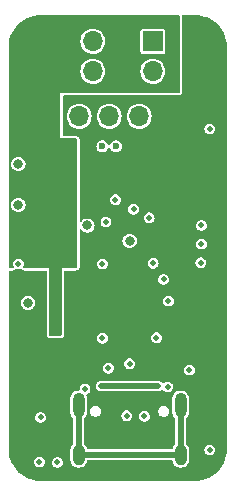
<source format=gbr>
%TF.GenerationSoftware,KiCad,Pcbnew,8.0.7*%
%TF.CreationDate,2024-12-24T16:41:45+01:00*%
%TF.ProjectId,USB2UART_PROG,55534232-5541-4525-945f-50524f472e6b,rev?*%
%TF.SameCoordinates,Original*%
%TF.FileFunction,Copper,L3,Inr*%
%TF.FilePolarity,Positive*%
%FSLAX46Y46*%
G04 Gerber Fmt 4.6, Leading zero omitted, Abs format (unit mm)*
G04 Created by KiCad (PCBNEW 8.0.7) date 2024-12-24 16:41:45*
%MOMM*%
%LPD*%
G01*
G04 APERTURE LIST*
%TA.AperFunction,ComponentPad*%
%ADD10R,1.700000X1.700000*%
%TD*%
%TA.AperFunction,ComponentPad*%
%ADD11O,1.700000X1.700000*%
%TD*%
%TA.AperFunction,ComponentPad*%
%ADD12O,1.000000X2.100000*%
%TD*%
%TA.AperFunction,ComponentPad*%
%ADD13O,1.000000X1.800000*%
%TD*%
%TA.AperFunction,ViaPad*%
%ADD14C,0.500000*%
%TD*%
%TA.AperFunction,ViaPad*%
%ADD15C,0.800000*%
%TD*%
%TA.AperFunction,ViaPad*%
%ADD16C,0.600000*%
%TD*%
%TA.AperFunction,Conductor*%
%ADD17C,0.500000*%
%TD*%
G04 APERTURE END LIST*
D10*
%TO.N,+5V*%
%TO.C,J2*%
X141849000Y-69850000D03*
D11*
%TO.N,/RXD*%
X139309000Y-69850000D03*
%TO.N,/TXD*%
X136769000Y-69850000D03*
%TO.N,GND*%
X134229000Y-69850000D03*
%TD*%
D10*
%TO.N,Net-(J3-Pin_1)*%
%TO.C,J3*%
X140462000Y-63500000D03*
D11*
%TO.N,GND*%
X140462000Y-66040000D03*
%TO.N,+3V3*%
X137922000Y-63500000D03*
X137922000Y-66040000D03*
%TO.N,/TXD*%
X135382000Y-63500000D03*
%TO.N,/RXD*%
X135382000Y-66040000D03*
%TD*%
D12*
%TO.N,Net-(J1-SHELL_GND)*%
%TO.C,J1*%
X134180000Y-94320000D03*
X142820000Y-94320000D03*
D13*
X134180000Y-98500000D03*
X142820000Y-98500000D03*
%TD*%
D14*
%TO.N,GND*%
X144576800Y-79095600D03*
X145288000Y-70916800D03*
X144576800Y-80670400D03*
D15*
X138500000Y-80387500D03*
D14*
X143560800Y-91338400D03*
X136702800Y-91186000D03*
D15*
X129082800Y-77368400D03*
D14*
X145288000Y-98094800D03*
D15*
X129895600Y-85648800D03*
X134924800Y-79095600D03*
D14*
X138500000Y-90800000D03*
X129082800Y-82346800D03*
X140157200Y-78435200D03*
D15*
X129082800Y-73914000D03*
D14*
X130962400Y-95351600D03*
X136194800Y-88646000D03*
X132384800Y-99161600D03*
X141732000Y-92760800D03*
X141782800Y-85496400D03*
X140766800Y-88595200D03*
X134721600Y-92952800D03*
X130860800Y-99110800D03*
X144526000Y-82245200D03*
%TO.N,+5V*%
X138500000Y-89100000D03*
D15*
X130505200Y-89306400D03*
X133451600Y-87782400D03*
D14*
X142087600Y-78232000D03*
D15*
X133451600Y-86664800D03*
D14*
%TO.N,Net-(U1-3V3OUT)*%
X140500000Y-82300000D03*
X136500000Y-78800000D03*
%TO.N,/VBUS*%
X136100000Y-92700000D03*
X140900000Y-92700000D03*
D15*
%TO.N,+3V3*%
X133146800Y-77774800D03*
X132181600Y-85750400D03*
D14*
X142087600Y-64770000D03*
D15*
X132200000Y-83362800D03*
X133248400Y-73456800D03*
D16*
%TO.N,/RXD*%
X137346500Y-72390000D03*
X136191500Y-72390000D03*
D14*
%TO.N,Net-(U1-CBUS2)*%
X136194800Y-82346800D03*
X137296500Y-76911200D03*
%TO.N,Net-(U1-CBUS3)*%
X138836400Y-77724000D03*
X141376400Y-83667600D03*
%TO.N,/D_P*%
X138250000Y-95200000D03*
X139750000Y-95250000D03*
%TD*%
D17*
%TO.N,Net-(J1-SHELL_GND)*%
X142820000Y-98500000D02*
X142820000Y-94320000D01*
X134180000Y-98500000D02*
X142820000Y-98500000D01*
X134180000Y-94320000D02*
X134180000Y-98500000D01*
%TO.N,/VBUS*%
X140900000Y-92700000D02*
X136100000Y-92700000D01*
%TD*%
%TA.AperFunction,Conductor*%
%TO.N,+3V3*%
G36*
X142707191Y-61269407D02*
G01*
X142743155Y-61318907D01*
X142748000Y-61349500D01*
X142748000Y-67769800D01*
X142729093Y-67827991D01*
X142679593Y-67863955D01*
X142649000Y-67868800D01*
X132638800Y-67868800D01*
X132638800Y-71729600D01*
X133962200Y-71729600D01*
X134020391Y-71748507D01*
X134056355Y-71798007D01*
X134061200Y-71828600D01*
X134061200Y-82603400D01*
X134042293Y-82661591D01*
X133992793Y-82697555D01*
X133962200Y-82702400D01*
X132740400Y-82702400D01*
X132740400Y-82702401D01*
X132740400Y-88343800D01*
X132721493Y-88401991D01*
X132671993Y-88437955D01*
X132641400Y-88442800D01*
X131772600Y-88442800D01*
X131714409Y-88423893D01*
X131678445Y-88374393D01*
X131673600Y-88343800D01*
X131673600Y-82702401D01*
X131673600Y-82702400D01*
X131673599Y-82702400D01*
X129569705Y-82702400D01*
X129511514Y-82683493D01*
X129475550Y-82633993D01*
X129475550Y-82572807D01*
X129479652Y-82562273D01*
X129519497Y-82475025D01*
X129537933Y-82346802D01*
X129537933Y-82346797D01*
X129519497Y-82218574D01*
X129465682Y-82100738D01*
X129465682Y-82100737D01*
X129380849Y-82002833D01*
X129380848Y-82002832D01*
X129380847Y-82002831D01*
X129271873Y-81932798D01*
X129271870Y-81932796D01*
X129271869Y-81932796D01*
X129271866Y-81932795D01*
X129147574Y-81896300D01*
X129147572Y-81896300D01*
X129018028Y-81896300D01*
X129018025Y-81896300D01*
X128893733Y-81932795D01*
X128893726Y-81932798D01*
X128784752Y-82002831D01*
X128699917Y-82100738D01*
X128646102Y-82218574D01*
X128627667Y-82346797D01*
X128627667Y-82346802D01*
X128646102Y-82475025D01*
X128685948Y-82562273D01*
X128692923Y-82623059D01*
X128662837Y-82676337D01*
X128607181Y-82701755D01*
X128595895Y-82702400D01*
X128349500Y-82702400D01*
X128291309Y-82683493D01*
X128255345Y-82633993D01*
X128250500Y-82603400D01*
X128250500Y-77368399D01*
X128477118Y-77368399D01*
X128477118Y-77368400D01*
X128497755Y-77525158D01*
X128497757Y-77525166D01*
X128558262Y-77671238D01*
X128558262Y-77671239D01*
X128558264Y-77671241D01*
X128654518Y-77796682D01*
X128779959Y-77892936D01*
X128926038Y-77953444D01*
X129043609Y-77968922D01*
X129082799Y-77974082D01*
X129082800Y-77974082D01*
X129082801Y-77974082D01*
X129114152Y-77969954D01*
X129239562Y-77953444D01*
X129385641Y-77892936D01*
X129511082Y-77796682D01*
X129607336Y-77671241D01*
X129667844Y-77525162D01*
X129688482Y-77368400D01*
X129667844Y-77211638D01*
X129607337Y-77065561D01*
X129607337Y-77065560D01*
X129511086Y-76940123D01*
X129511085Y-76940122D01*
X129511082Y-76940118D01*
X129511077Y-76940114D01*
X129511076Y-76940113D01*
X129385638Y-76843862D01*
X129239566Y-76783357D01*
X129239558Y-76783355D01*
X129082801Y-76762718D01*
X129082799Y-76762718D01*
X128926041Y-76783355D01*
X128926033Y-76783357D01*
X128779961Y-76843862D01*
X128779960Y-76843862D01*
X128654523Y-76940113D01*
X128654513Y-76940123D01*
X128558262Y-77065560D01*
X128558262Y-77065561D01*
X128497757Y-77211633D01*
X128497755Y-77211641D01*
X128477118Y-77368399D01*
X128250500Y-77368399D01*
X128250500Y-73913999D01*
X128477118Y-73913999D01*
X128477118Y-73914000D01*
X128497755Y-74070758D01*
X128497757Y-74070766D01*
X128558262Y-74216838D01*
X128558262Y-74216839D01*
X128558264Y-74216841D01*
X128654518Y-74342282D01*
X128779959Y-74438536D01*
X128926038Y-74499044D01*
X129043609Y-74514522D01*
X129082799Y-74519682D01*
X129082800Y-74519682D01*
X129082801Y-74519682D01*
X129114152Y-74515554D01*
X129239562Y-74499044D01*
X129385641Y-74438536D01*
X129511082Y-74342282D01*
X129607336Y-74216841D01*
X129667844Y-74070762D01*
X129688482Y-73914000D01*
X129667844Y-73757238D01*
X129607337Y-73611161D01*
X129607337Y-73611160D01*
X129511086Y-73485723D01*
X129511085Y-73485722D01*
X129511082Y-73485718D01*
X129511077Y-73485714D01*
X129511076Y-73485713D01*
X129385638Y-73389462D01*
X129239566Y-73328957D01*
X129239558Y-73328955D01*
X129082801Y-73308318D01*
X129082799Y-73308318D01*
X128926041Y-73328955D01*
X128926033Y-73328957D01*
X128779961Y-73389462D01*
X128779960Y-73389462D01*
X128654523Y-73485713D01*
X128654513Y-73485723D01*
X128558262Y-73611160D01*
X128558262Y-73611161D01*
X128497757Y-73757233D01*
X128497755Y-73757241D01*
X128477118Y-73913999D01*
X128250500Y-73913999D01*
X128250500Y-66039996D01*
X134326417Y-66039996D01*
X134326417Y-66040003D01*
X134346698Y-66245929D01*
X134346699Y-66245934D01*
X134406768Y-66443954D01*
X134504316Y-66626452D01*
X134635585Y-66786404D01*
X134635590Y-66786410D01*
X134635595Y-66786414D01*
X134795547Y-66917683D01*
X134795548Y-66917683D01*
X134795550Y-66917685D01*
X134978046Y-67015232D01*
X135115997Y-67057078D01*
X135176065Y-67075300D01*
X135176070Y-67075301D01*
X135381997Y-67095583D01*
X135382000Y-67095583D01*
X135382003Y-67095583D01*
X135587929Y-67075301D01*
X135587934Y-67075300D01*
X135785954Y-67015232D01*
X135968450Y-66917685D01*
X136128410Y-66786410D01*
X136259685Y-66626450D01*
X136357232Y-66443954D01*
X136417300Y-66245934D01*
X136417301Y-66245929D01*
X136437583Y-66040003D01*
X136437583Y-66039996D01*
X139406417Y-66039996D01*
X139406417Y-66040003D01*
X139426698Y-66245929D01*
X139426699Y-66245934D01*
X139486768Y-66443954D01*
X139584316Y-66626452D01*
X139715585Y-66786404D01*
X139715590Y-66786410D01*
X139715595Y-66786414D01*
X139875547Y-66917683D01*
X139875548Y-66917683D01*
X139875550Y-66917685D01*
X140058046Y-67015232D01*
X140195997Y-67057078D01*
X140256065Y-67075300D01*
X140256070Y-67075301D01*
X140461997Y-67095583D01*
X140462000Y-67095583D01*
X140462003Y-67095583D01*
X140667929Y-67075301D01*
X140667934Y-67075300D01*
X140865954Y-67015232D01*
X141048450Y-66917685D01*
X141208410Y-66786410D01*
X141339685Y-66626450D01*
X141437232Y-66443954D01*
X141497300Y-66245934D01*
X141497301Y-66245929D01*
X141517583Y-66040003D01*
X141517583Y-66039996D01*
X141497301Y-65834070D01*
X141497300Y-65834065D01*
X141479078Y-65773997D01*
X141437232Y-65636046D01*
X141339685Y-65453550D01*
X141208410Y-65293590D01*
X141208404Y-65293585D01*
X141048452Y-65162316D01*
X140865954Y-65064768D01*
X140667934Y-65004699D01*
X140667929Y-65004698D01*
X140462003Y-64984417D01*
X140461997Y-64984417D01*
X140256070Y-65004698D01*
X140256065Y-65004699D01*
X140058045Y-65064768D01*
X139875547Y-65162316D01*
X139715595Y-65293585D01*
X139715585Y-65293595D01*
X139584316Y-65453547D01*
X139486768Y-65636045D01*
X139426699Y-65834065D01*
X139426698Y-65834070D01*
X139406417Y-66039996D01*
X136437583Y-66039996D01*
X136417301Y-65834070D01*
X136417300Y-65834065D01*
X136399078Y-65773997D01*
X136357232Y-65636046D01*
X136259685Y-65453550D01*
X136128410Y-65293590D01*
X136128404Y-65293585D01*
X135968452Y-65162316D01*
X135785954Y-65064768D01*
X135587934Y-65004699D01*
X135587929Y-65004698D01*
X135382003Y-64984417D01*
X135381997Y-64984417D01*
X135176070Y-65004698D01*
X135176065Y-65004699D01*
X134978045Y-65064768D01*
X134795547Y-65162316D01*
X134635595Y-65293585D01*
X134635585Y-65293595D01*
X134504316Y-65453547D01*
X134406768Y-65636045D01*
X134346699Y-65834065D01*
X134346698Y-65834070D01*
X134326417Y-66039996D01*
X128250500Y-66039996D01*
X128250500Y-64002773D01*
X128250656Y-63997222D01*
X128255894Y-63903954D01*
X128267476Y-63697700D01*
X128268719Y-63686673D01*
X128300437Y-63499996D01*
X134326417Y-63499996D01*
X134326417Y-63500003D01*
X134346698Y-63705929D01*
X134346699Y-63705934D01*
X134406768Y-63903954D01*
X134504316Y-64086452D01*
X134635585Y-64246404D01*
X134635590Y-64246410D01*
X134635595Y-64246414D01*
X134795547Y-64377683D01*
X134795548Y-64377683D01*
X134795550Y-64377685D01*
X134978046Y-64475232D01*
X135115997Y-64517078D01*
X135176065Y-64535300D01*
X135176070Y-64535301D01*
X135381997Y-64555583D01*
X135382000Y-64555583D01*
X135382003Y-64555583D01*
X135587929Y-64535301D01*
X135587934Y-64535300D01*
X135785954Y-64475232D01*
X135968450Y-64377685D01*
X136128410Y-64246410D01*
X136259685Y-64086450D01*
X136357232Y-63903954D01*
X136417300Y-63705934D01*
X136417301Y-63705929D01*
X136437583Y-63500003D01*
X136437583Y-63499996D01*
X136417301Y-63294070D01*
X136417300Y-63294065D01*
X136375890Y-63157554D01*
X136357232Y-63096046D01*
X136259685Y-62913550D01*
X136194011Y-62833526D01*
X136128414Y-62753595D01*
X136128410Y-62753590D01*
X135978123Y-62630253D01*
X139411500Y-62630253D01*
X139411500Y-64369746D01*
X139411501Y-64369758D01*
X139423132Y-64428227D01*
X139423134Y-64428233D01*
X139467445Y-64494548D01*
X139467448Y-64494552D01*
X139533769Y-64538867D01*
X139578231Y-64547711D01*
X139592241Y-64550498D01*
X139592246Y-64550498D01*
X139592252Y-64550500D01*
X139592253Y-64550500D01*
X141331747Y-64550500D01*
X141331748Y-64550500D01*
X141390231Y-64538867D01*
X141456552Y-64494552D01*
X141500867Y-64428231D01*
X141512500Y-64369748D01*
X141512500Y-62630252D01*
X141510921Y-62622316D01*
X141509711Y-62616231D01*
X141500867Y-62571769D01*
X141456552Y-62505448D01*
X141456548Y-62505445D01*
X141390233Y-62461134D01*
X141390231Y-62461133D01*
X141390228Y-62461132D01*
X141390227Y-62461132D01*
X141331758Y-62449501D01*
X141331748Y-62449500D01*
X139592252Y-62449500D01*
X139592251Y-62449500D01*
X139592241Y-62449501D01*
X139533772Y-62461132D01*
X139533766Y-62461134D01*
X139467451Y-62505445D01*
X139467445Y-62505451D01*
X139423134Y-62571766D01*
X139423132Y-62571772D01*
X139411501Y-62630241D01*
X139411500Y-62630253D01*
X135978123Y-62630253D01*
X135968452Y-62622316D01*
X135785954Y-62524768D01*
X135587934Y-62464699D01*
X135587929Y-62464698D01*
X135382003Y-62444417D01*
X135381997Y-62444417D01*
X135176070Y-62464698D01*
X135176065Y-62464699D01*
X134978045Y-62524768D01*
X134795547Y-62622316D01*
X134635595Y-62753585D01*
X134635585Y-62753595D01*
X134504316Y-62913547D01*
X134406768Y-63096045D01*
X134346699Y-63294065D01*
X134346698Y-63294070D01*
X134326417Y-63499996D01*
X128300437Y-63499996D01*
X128318507Y-63393645D01*
X128320968Y-63382858D01*
X128403257Y-63097228D01*
X128406917Y-63086768D01*
X128520662Y-62812164D01*
X128525476Y-62802169D01*
X128552325Y-62753590D01*
X128669245Y-62542038D01*
X128675142Y-62532653D01*
X128847144Y-62290238D01*
X128854048Y-62281580D01*
X129052120Y-62059938D01*
X129059938Y-62052120D01*
X129281580Y-61854048D01*
X129290238Y-61847144D01*
X129532653Y-61675142D01*
X129542038Y-61669245D01*
X129802175Y-61525472D01*
X129812164Y-61520662D01*
X130086768Y-61406917D01*
X130097228Y-61403257D01*
X130382858Y-61320968D01*
X130393645Y-61318507D01*
X130686677Y-61268718D01*
X130697700Y-61267476D01*
X130997222Y-61250655D01*
X131002773Y-61250500D01*
X142649000Y-61250500D01*
X142707191Y-61269407D01*
G37*
%TD.AperFunction*%
%TD*%
%TA.AperFunction,Conductor*%
%TO.N,+5V*%
G36*
X144002777Y-61250655D02*
G01*
X144302297Y-61267476D01*
X144313324Y-61268718D01*
X144606350Y-61318506D01*
X144617144Y-61320969D01*
X144902765Y-61403255D01*
X144913236Y-61406919D01*
X145066540Y-61470420D01*
X145187828Y-61520659D01*
X145197830Y-61525476D01*
X145457953Y-61669241D01*
X145467353Y-61675147D01*
X145709750Y-61847136D01*
X145718427Y-61854056D01*
X145940052Y-62052112D01*
X145947887Y-62059947D01*
X146145941Y-62281569D01*
X146152863Y-62290249D01*
X146324852Y-62532646D01*
X146330758Y-62542046D01*
X146474523Y-62802169D01*
X146479340Y-62812171D01*
X146593078Y-63086759D01*
X146596745Y-63097238D01*
X146679026Y-63382840D01*
X146681496Y-63393664D01*
X146731280Y-63686673D01*
X146732523Y-63697705D01*
X146749344Y-63997222D01*
X146749500Y-64002773D01*
X146749500Y-97997226D01*
X146749344Y-98002777D01*
X146732523Y-98302294D01*
X146731280Y-98313326D01*
X146681496Y-98606335D01*
X146679026Y-98617159D01*
X146596745Y-98902761D01*
X146593078Y-98913240D01*
X146479340Y-99187828D01*
X146474523Y-99197830D01*
X146330758Y-99457953D01*
X146324852Y-99467353D01*
X146152863Y-99709750D01*
X146145941Y-99718430D01*
X145947895Y-99940044D01*
X145940044Y-99947895D01*
X145718430Y-100145941D01*
X145709750Y-100152863D01*
X145467353Y-100324852D01*
X145457953Y-100330758D01*
X145197830Y-100474523D01*
X145187828Y-100479340D01*
X144913240Y-100593078D01*
X144902761Y-100596745D01*
X144617159Y-100679026D01*
X144606335Y-100681496D01*
X144313326Y-100731280D01*
X144302294Y-100732523D01*
X144002778Y-100749344D01*
X143997227Y-100749500D01*
X131002773Y-100749500D01*
X130997222Y-100749344D01*
X130697705Y-100732523D01*
X130686673Y-100731280D01*
X130393664Y-100681496D01*
X130382840Y-100679026D01*
X130097238Y-100596745D01*
X130086759Y-100593078D01*
X129812171Y-100479340D01*
X129802169Y-100474523D01*
X129542046Y-100330758D01*
X129532646Y-100324852D01*
X129290249Y-100152863D01*
X129281569Y-100145941D01*
X129172435Y-100048413D01*
X129059947Y-99947887D01*
X129052112Y-99940052D01*
X128854056Y-99718427D01*
X128847136Y-99709750D01*
X128675147Y-99467353D01*
X128669241Y-99457953D01*
X128525476Y-99197830D01*
X128520659Y-99187828D01*
X128488752Y-99110797D01*
X130405667Y-99110797D01*
X130405667Y-99110802D01*
X130424102Y-99239025D01*
X130477917Y-99356861D01*
X130477918Y-99356863D01*
X130521934Y-99407661D01*
X130562752Y-99454768D01*
X130665465Y-99520777D01*
X130671731Y-99524804D01*
X130796028Y-99561300D01*
X130796030Y-99561300D01*
X130925570Y-99561300D01*
X130925572Y-99561300D01*
X131049869Y-99524804D01*
X131158849Y-99454767D01*
X131243682Y-99356863D01*
X131297497Y-99239026D01*
X131308630Y-99161597D01*
X131929667Y-99161597D01*
X131929667Y-99161602D01*
X131948102Y-99289825D01*
X131978717Y-99356861D01*
X132001918Y-99407663D01*
X132045494Y-99457953D01*
X132086752Y-99505568D01*
X132195726Y-99575601D01*
X132195731Y-99575604D01*
X132320028Y-99612100D01*
X132320030Y-99612100D01*
X132449570Y-99612100D01*
X132449572Y-99612100D01*
X132573869Y-99575604D01*
X132682849Y-99505567D01*
X132767682Y-99407663D01*
X132821497Y-99289826D01*
X132836162Y-99187828D01*
X132839933Y-99161602D01*
X132839933Y-99161597D01*
X132821497Y-99033374D01*
X132792284Y-98969407D01*
X132767682Y-98915537D01*
X132682849Y-98817633D01*
X132682848Y-98817632D01*
X132682847Y-98817631D01*
X132573873Y-98747598D01*
X132573870Y-98747596D01*
X132573869Y-98747596D01*
X132573866Y-98747595D01*
X132449574Y-98711100D01*
X132449572Y-98711100D01*
X132320028Y-98711100D01*
X132320025Y-98711100D01*
X132195733Y-98747595D01*
X132195726Y-98747598D01*
X132086752Y-98817631D01*
X132001917Y-98915538D01*
X131948102Y-99033374D01*
X131929667Y-99161597D01*
X131308630Y-99161597D01*
X131315933Y-99110800D01*
X131315002Y-99104328D01*
X131297497Y-98982574D01*
X131243682Y-98864738D01*
X131243682Y-98864737D01*
X131158849Y-98766833D01*
X131158848Y-98766832D01*
X131158847Y-98766831D01*
X131049873Y-98696798D01*
X131049870Y-98696796D01*
X131049869Y-98696796D01*
X131049866Y-98696795D01*
X130925574Y-98660300D01*
X130925572Y-98660300D01*
X130796028Y-98660300D01*
X130796025Y-98660300D01*
X130671733Y-98696795D01*
X130671726Y-98696798D01*
X130562752Y-98766831D01*
X130477917Y-98864738D01*
X130424102Y-98982574D01*
X130405667Y-99110797D01*
X128488752Y-99110797D01*
X128430186Y-98969407D01*
X128406919Y-98913236D01*
X128403254Y-98902761D01*
X128392300Y-98864738D01*
X128320969Y-98617144D01*
X128318506Y-98606350D01*
X128268718Y-98313324D01*
X128267476Y-98302294D01*
X128263024Y-98223025D01*
X128250656Y-98002777D01*
X128250500Y-97997226D01*
X128250500Y-95351597D01*
X130507267Y-95351597D01*
X130507267Y-95351602D01*
X130525702Y-95479825D01*
X130579517Y-95597661D01*
X130579518Y-95597663D01*
X130637002Y-95664004D01*
X130664352Y-95695568D01*
X130773326Y-95765601D01*
X130773331Y-95765604D01*
X130897628Y-95802100D01*
X130897630Y-95802100D01*
X131027170Y-95802100D01*
X131027172Y-95802100D01*
X131151469Y-95765604D01*
X131260449Y-95695567D01*
X131345282Y-95597663D01*
X131399097Y-95479826D01*
X131409114Y-95410156D01*
X131417533Y-95351602D01*
X131417533Y-95351597D01*
X131399097Y-95223374D01*
X131348217Y-95111964D01*
X131345282Y-95105537D01*
X131260449Y-95007633D01*
X131260448Y-95007632D01*
X131260447Y-95007631D01*
X131151473Y-94937598D01*
X131151470Y-94937596D01*
X131151469Y-94937596D01*
X131151466Y-94937595D01*
X131027174Y-94901100D01*
X131027172Y-94901100D01*
X130897628Y-94901100D01*
X130897625Y-94901100D01*
X130773333Y-94937595D01*
X130773326Y-94937598D01*
X130664352Y-95007631D01*
X130579517Y-95105538D01*
X130525702Y-95223374D01*
X130507267Y-95351597D01*
X128250500Y-95351597D01*
X128250500Y-93701004D01*
X133479500Y-93701004D01*
X133479500Y-94938995D01*
X133506420Y-95074327D01*
X133506420Y-95074329D01*
X133559222Y-95201806D01*
X133559228Y-95201817D01*
X133635885Y-95316541D01*
X133700504Y-95381160D01*
X133728281Y-95435677D01*
X133729500Y-95451164D01*
X133729500Y-97518836D01*
X133710593Y-97577027D01*
X133700504Y-97588840D01*
X133635889Y-97653454D01*
X133635885Y-97653458D01*
X133559228Y-97768182D01*
X133559222Y-97768193D01*
X133506420Y-97895670D01*
X133506420Y-97895672D01*
X133479500Y-98031004D01*
X133479500Y-98968995D01*
X133506420Y-99104327D01*
X133506420Y-99104329D01*
X133559222Y-99231806D01*
X133559228Y-99231817D01*
X133635885Y-99346541D01*
X133733458Y-99444114D01*
X133848182Y-99520771D01*
X133848193Y-99520777D01*
X133895283Y-99540282D01*
X133975672Y-99573580D01*
X134111007Y-99600500D01*
X134111008Y-99600500D01*
X134248992Y-99600500D01*
X134248993Y-99600500D01*
X134384328Y-99573580D01*
X134511811Y-99520775D01*
X134626542Y-99444114D01*
X134724114Y-99346542D01*
X134800775Y-99231811D01*
X134853580Y-99104328D01*
X134868328Y-99030186D01*
X134898225Y-98976802D01*
X134953790Y-98951186D01*
X134965426Y-98950500D01*
X142034574Y-98950500D01*
X142092765Y-98969407D01*
X142128729Y-99018907D01*
X142131672Y-99030186D01*
X142146420Y-99104327D01*
X142146420Y-99104329D01*
X142199222Y-99231806D01*
X142199228Y-99231817D01*
X142275885Y-99346541D01*
X142373458Y-99444114D01*
X142488182Y-99520771D01*
X142488193Y-99520777D01*
X142535283Y-99540282D01*
X142615672Y-99573580D01*
X142751007Y-99600500D01*
X142751008Y-99600500D01*
X142888992Y-99600500D01*
X142888993Y-99600500D01*
X143024328Y-99573580D01*
X143151811Y-99520775D01*
X143266542Y-99444114D01*
X143364114Y-99346542D01*
X143440775Y-99231811D01*
X143493580Y-99104328D01*
X143520500Y-98968993D01*
X143520500Y-98094797D01*
X144832867Y-98094797D01*
X144832867Y-98094802D01*
X144851302Y-98223025D01*
X144887504Y-98302294D01*
X144905118Y-98340863D01*
X144989951Y-98438767D01*
X144989952Y-98438768D01*
X145098926Y-98508801D01*
X145098931Y-98508804D01*
X145223228Y-98545300D01*
X145223230Y-98545300D01*
X145352770Y-98545300D01*
X145352772Y-98545300D01*
X145477069Y-98508804D01*
X145586049Y-98438767D01*
X145670882Y-98340863D01*
X145724697Y-98223026D01*
X145730842Y-98180284D01*
X145743133Y-98094802D01*
X145743133Y-98094797D01*
X145724697Y-97966574D01*
X145719790Y-97955830D01*
X145670882Y-97848737D01*
X145586049Y-97750833D01*
X145586048Y-97750832D01*
X145586047Y-97750831D01*
X145477073Y-97680798D01*
X145477070Y-97680796D01*
X145477069Y-97680796D01*
X145477066Y-97680795D01*
X145352774Y-97644300D01*
X145352772Y-97644300D01*
X145223228Y-97644300D01*
X145223225Y-97644300D01*
X145098933Y-97680795D01*
X145098926Y-97680798D01*
X144989952Y-97750831D01*
X144905117Y-97848738D01*
X144851302Y-97966574D01*
X144832867Y-98094797D01*
X143520500Y-98094797D01*
X143520500Y-98031007D01*
X143493580Y-97895672D01*
X143440775Y-97768189D01*
X143440774Y-97768187D01*
X143440771Y-97768182D01*
X143364114Y-97653458D01*
X143299496Y-97588840D01*
X143271719Y-97534323D01*
X143270500Y-97518836D01*
X143270500Y-95451164D01*
X143289407Y-95392973D01*
X143299496Y-95381160D01*
X143329059Y-95351597D01*
X143364114Y-95316542D01*
X143440775Y-95201811D01*
X143493580Y-95074328D01*
X143520500Y-94938993D01*
X143520500Y-93701007D01*
X143493580Y-93565672D01*
X143440775Y-93438189D01*
X143440774Y-93438187D01*
X143440771Y-93438182D01*
X143364114Y-93323458D01*
X143266541Y-93225885D01*
X143151817Y-93149228D01*
X143151806Y-93149222D01*
X143024328Y-93096420D01*
X142888995Y-93069500D01*
X142888993Y-93069500D01*
X142751007Y-93069500D01*
X142751004Y-93069500D01*
X142615672Y-93096420D01*
X142615670Y-93096420D01*
X142488193Y-93149222D01*
X142488182Y-93149228D01*
X142373458Y-93225885D01*
X142275885Y-93323458D01*
X142199228Y-93438182D01*
X142199222Y-93438193D01*
X142146420Y-93565670D01*
X142146420Y-93565672D01*
X142119500Y-93701004D01*
X142119500Y-94938995D01*
X142146420Y-95074327D01*
X142146420Y-95074329D01*
X142199222Y-95201806D01*
X142199228Y-95201817D01*
X142275885Y-95316541D01*
X142340504Y-95381160D01*
X142368281Y-95435677D01*
X142369500Y-95451164D01*
X142369500Y-97518836D01*
X142350593Y-97577027D01*
X142340504Y-97588840D01*
X142275889Y-97653454D01*
X142275885Y-97653458D01*
X142199228Y-97768182D01*
X142199222Y-97768193D01*
X142146420Y-97895670D01*
X142146420Y-97895672D01*
X142131672Y-97969814D01*
X142101775Y-98023198D01*
X142046210Y-98048814D01*
X142034574Y-98049500D01*
X134965426Y-98049500D01*
X134907235Y-98030593D01*
X134871271Y-97981093D01*
X134868328Y-97969814D01*
X134865546Y-97955830D01*
X134853580Y-97895672D01*
X134800775Y-97768189D01*
X134800774Y-97768187D01*
X134800771Y-97768182D01*
X134724114Y-97653458D01*
X134659496Y-97588840D01*
X134631719Y-97534323D01*
X134630500Y-97518836D01*
X134630500Y-95451164D01*
X134649407Y-95392973D01*
X134659496Y-95381160D01*
X134689059Y-95351597D01*
X134724114Y-95316542D01*
X134800775Y-95201811D01*
X134853580Y-95074328D01*
X134880500Y-94938993D01*
X134880500Y-94757399D01*
X135134500Y-94757399D01*
X135134500Y-94882601D01*
X135166905Y-95003536D01*
X135229505Y-95111964D01*
X135318036Y-95200495D01*
X135426464Y-95263095D01*
X135547399Y-95295500D01*
X135547401Y-95295500D01*
X135672599Y-95295500D01*
X135672601Y-95295500D01*
X135793536Y-95263095D01*
X135901964Y-95200495D01*
X135902462Y-95199997D01*
X137794867Y-95199997D01*
X137794867Y-95200002D01*
X137813302Y-95328225D01*
X137862375Y-95435677D01*
X137867118Y-95446063D01*
X137910441Y-95496061D01*
X137951952Y-95543968D01*
X138060926Y-95614001D01*
X138060931Y-95614004D01*
X138185228Y-95650500D01*
X138185230Y-95650500D01*
X138314770Y-95650500D01*
X138314772Y-95650500D01*
X138439069Y-95614004D01*
X138548049Y-95543967D01*
X138632882Y-95446063D01*
X138686697Y-95328226D01*
X138697945Y-95249997D01*
X139294867Y-95249997D01*
X139294867Y-95250002D01*
X139313302Y-95378225D01*
X139344283Y-95446063D01*
X139367118Y-95496063D01*
X139451951Y-95593967D01*
X139451952Y-95593968D01*
X139539918Y-95650500D01*
X139560931Y-95664004D01*
X139685228Y-95700500D01*
X139685230Y-95700500D01*
X139814770Y-95700500D01*
X139814772Y-95700500D01*
X139939069Y-95664004D01*
X140048049Y-95593967D01*
X140132882Y-95496063D01*
X140186697Y-95378226D01*
X140203250Y-95263095D01*
X140205133Y-95250002D01*
X140205133Y-95249997D01*
X140186697Y-95121774D01*
X140163862Y-95071774D01*
X140132882Y-95003937D01*
X140048049Y-94906033D01*
X140048048Y-94906032D01*
X140048047Y-94906031D01*
X139939073Y-94835998D01*
X139939070Y-94835996D01*
X139939069Y-94835996D01*
X139939066Y-94835995D01*
X139814774Y-94799500D01*
X139814772Y-94799500D01*
X139685228Y-94799500D01*
X139685225Y-94799500D01*
X139560933Y-94835995D01*
X139560926Y-94835998D01*
X139451952Y-94906031D01*
X139367117Y-95003938D01*
X139313302Y-95121774D01*
X139294867Y-95249997D01*
X138697945Y-95249997D01*
X138705133Y-95200002D01*
X138705133Y-95199997D01*
X138686697Y-95071774D01*
X138657404Y-95007633D01*
X138632882Y-94953937D01*
X138548049Y-94856033D01*
X138548048Y-94856032D01*
X138548047Y-94856031D01*
X138439073Y-94785998D01*
X138439070Y-94785996D01*
X138439069Y-94785996D01*
X138439066Y-94785995D01*
X138341676Y-94757399D01*
X140914500Y-94757399D01*
X140914500Y-94882601D01*
X140946905Y-95003536D01*
X141009505Y-95111964D01*
X141098036Y-95200495D01*
X141206464Y-95263095D01*
X141327399Y-95295500D01*
X141327401Y-95295500D01*
X141452599Y-95295500D01*
X141452601Y-95295500D01*
X141573536Y-95263095D01*
X141681964Y-95200495D01*
X141770495Y-95111964D01*
X141833095Y-95003536D01*
X141865500Y-94882601D01*
X141865500Y-94757399D01*
X141833095Y-94636464D01*
X141770495Y-94528036D01*
X141681964Y-94439505D01*
X141573536Y-94376905D01*
X141452601Y-94344500D01*
X141327399Y-94344500D01*
X141246775Y-94366103D01*
X141206463Y-94376905D01*
X141098036Y-94439505D01*
X141009505Y-94528036D01*
X140946905Y-94636463D01*
X140946905Y-94636464D01*
X140914500Y-94757399D01*
X138341676Y-94757399D01*
X138314774Y-94749500D01*
X138314772Y-94749500D01*
X138185228Y-94749500D01*
X138185225Y-94749500D01*
X138060933Y-94785995D01*
X138060926Y-94785998D01*
X137951952Y-94856031D01*
X137867117Y-94953938D01*
X137813302Y-95071774D01*
X137794867Y-95199997D01*
X135902462Y-95199997D01*
X135990495Y-95111964D01*
X136053095Y-95003536D01*
X136085500Y-94882601D01*
X136085500Y-94757399D01*
X136053095Y-94636464D01*
X135990495Y-94528036D01*
X135901964Y-94439505D01*
X135793536Y-94376905D01*
X135672601Y-94344500D01*
X135547399Y-94344500D01*
X135466775Y-94366103D01*
X135426463Y-94376905D01*
X135318036Y-94439505D01*
X135229505Y-94528036D01*
X135166905Y-94636463D01*
X135166905Y-94636464D01*
X135134500Y-94757399D01*
X134880500Y-94757399D01*
X134880500Y-93701007D01*
X134853580Y-93565672D01*
X134828504Y-93505134D01*
X134823704Y-93444142D01*
X134855673Y-93391972D01*
X134892075Y-93372263D01*
X134910669Y-93366804D01*
X135019649Y-93296767D01*
X135104482Y-93198863D01*
X135158297Y-93081026D01*
X135168960Y-93006861D01*
X135176733Y-92952802D01*
X135176733Y-92952797D01*
X135158297Y-92824574D01*
X135129172Y-92760800D01*
X135104482Y-92706737D01*
X135098643Y-92699998D01*
X135644867Y-92699998D01*
X135644867Y-92700000D01*
X135648492Y-92725210D01*
X135649500Y-92739301D01*
X135649500Y-92759313D01*
X135656377Y-92784979D01*
X135658742Y-92796509D01*
X135663301Y-92828221D01*
X135663303Y-92828226D01*
X135671153Y-92845416D01*
X135676724Y-92860912D01*
X135680201Y-92873886D01*
X135688942Y-92889025D01*
X135696763Y-92902572D01*
X135701079Y-92910944D01*
X135717117Y-92946063D01*
X135725177Y-92955364D01*
X135736090Y-92970689D01*
X135739510Y-92976612D01*
X135767559Y-93004662D01*
X135772373Y-93009833D01*
X135801946Y-93043962D01*
X135801949Y-93043965D01*
X135801951Y-93043967D01*
X135806750Y-93047051D01*
X135823221Y-93060323D01*
X135823387Y-93060489D01*
X135858956Y-93081025D01*
X135863399Y-93083590D01*
X135867421Y-93086042D01*
X135910931Y-93114004D01*
X135910937Y-93114005D01*
X135914954Y-93115841D01*
X135919859Y-93117936D01*
X135920117Y-93117315D01*
X135926109Y-93119796D01*
X135926114Y-93119799D01*
X135977096Y-93133459D01*
X135979254Y-93134064D01*
X136035228Y-93150500D01*
X136035229Y-93150500D01*
X140964771Y-93150500D01*
X140964772Y-93150500D01*
X141020733Y-93134067D01*
X141022902Y-93133459D01*
X141073886Y-93119799D01*
X141073894Y-93119794D01*
X141079880Y-93117315D01*
X141080164Y-93118000D01*
X141083281Y-93116645D01*
X141089061Y-93114006D01*
X141089069Y-93114004D01*
X141132602Y-93086025D01*
X141136556Y-93083614D01*
X141176613Y-93060489D01*
X141176761Y-93060340D01*
X141193252Y-93047049D01*
X141198049Y-93043967D01*
X141214837Y-93024591D01*
X141267231Y-92992994D01*
X141328192Y-92998227D01*
X141364476Y-93024587D01*
X141433951Y-93104767D01*
X141433952Y-93104768D01*
X141505113Y-93150500D01*
X141542931Y-93174804D01*
X141667228Y-93211300D01*
X141667230Y-93211300D01*
X141796770Y-93211300D01*
X141796772Y-93211300D01*
X141921069Y-93174804D01*
X142030049Y-93104767D01*
X142114882Y-93006863D01*
X142168697Y-92889026D01*
X142181999Y-92796509D01*
X142187133Y-92760802D01*
X142187133Y-92760797D01*
X142168697Y-92632574D01*
X142134116Y-92556854D01*
X142114882Y-92514737D01*
X142030049Y-92416833D01*
X142030048Y-92416832D01*
X142030047Y-92416831D01*
X141921073Y-92346798D01*
X141921070Y-92346796D01*
X141921069Y-92346796D01*
X141921066Y-92346795D01*
X141796774Y-92310300D01*
X141796772Y-92310300D01*
X141667228Y-92310300D01*
X141667225Y-92310300D01*
X141542933Y-92346795D01*
X141542926Y-92346798D01*
X141433951Y-92416832D01*
X141418621Y-92434524D01*
X141366224Y-92466119D01*
X141305264Y-92460882D01*
X141266293Y-92427112D01*
X141264439Y-92428536D01*
X141260492Y-92423393D01*
X141260489Y-92423387D01*
X141253933Y-92416831D01*
X141232439Y-92395336D01*
X141227625Y-92390165D01*
X141198050Y-92356034D01*
X141198044Y-92356028D01*
X141193248Y-92352946D01*
X141176778Y-92339675D01*
X141176617Y-92339514D01*
X141176610Y-92339509D01*
X141136596Y-92316406D01*
X141132574Y-92313955D01*
X141089069Y-92285996D01*
X141089066Y-92285995D01*
X141085209Y-92284233D01*
X141080131Y-92282068D01*
X141079877Y-92282683D01*
X141073877Y-92280197D01*
X141022914Y-92266542D01*
X141020665Y-92265911D01*
X141004206Y-92261078D01*
X140964774Y-92249500D01*
X140964772Y-92249500D01*
X140959309Y-92249500D01*
X136164772Y-92249500D01*
X136035228Y-92249500D01*
X136035226Y-92249500D01*
X136035222Y-92249501D01*
X135979322Y-92265914D01*
X135977056Y-92266550D01*
X135926117Y-92280199D01*
X135920126Y-92282681D01*
X135919879Y-92282086D01*
X135914423Y-92284401D01*
X135910931Y-92285996D01*
X135867425Y-92313954D01*
X135863408Y-92316402D01*
X135823387Y-92339510D01*
X135823383Y-92339513D01*
X135823221Y-92339676D01*
X135806757Y-92352944D01*
X135801950Y-92356033D01*
X135772367Y-92390173D01*
X135767555Y-92395341D01*
X135739511Y-92423385D01*
X135736093Y-92429307D01*
X135725179Y-92444633D01*
X135717118Y-92453935D01*
X135717117Y-92453938D01*
X135701078Y-92489056D01*
X135696763Y-92497426D01*
X135680203Y-92526108D01*
X135680201Y-92526113D01*
X135676724Y-92539088D01*
X135671155Y-92554577D01*
X135663302Y-92571773D01*
X135663301Y-92571776D01*
X135658742Y-92603491D01*
X135656378Y-92615019D01*
X135649500Y-92640691D01*
X135649500Y-92640693D01*
X135649500Y-92660697D01*
X135648492Y-92674786D01*
X135644867Y-92699998D01*
X135098643Y-92699998D01*
X135019649Y-92608833D01*
X135019648Y-92608832D01*
X135019647Y-92608831D01*
X134910673Y-92538798D01*
X134910670Y-92538796D01*
X134910669Y-92538796D01*
X134910666Y-92538795D01*
X134786374Y-92502300D01*
X134786372Y-92502300D01*
X134656828Y-92502300D01*
X134656825Y-92502300D01*
X134532533Y-92538795D01*
X134532526Y-92538798D01*
X134423552Y-92608831D01*
X134338717Y-92706738D01*
X134284902Y-92824574D01*
X134266467Y-92952797D01*
X134266467Y-92952799D01*
X134266986Y-92956409D01*
X134266467Y-92959408D01*
X134266467Y-92959881D01*
X134266385Y-92959881D01*
X134256554Y-93016698D01*
X134212677Y-93059342D01*
X134168994Y-93069500D01*
X134111004Y-93069500D01*
X133975672Y-93096420D01*
X133975670Y-93096420D01*
X133848193Y-93149222D01*
X133848182Y-93149228D01*
X133733458Y-93225885D01*
X133635885Y-93323458D01*
X133559228Y-93438182D01*
X133559222Y-93438193D01*
X133506420Y-93565670D01*
X133506420Y-93565672D01*
X133479500Y-93701004D01*
X128250500Y-93701004D01*
X128250500Y-91185997D01*
X136247667Y-91185997D01*
X136247667Y-91186002D01*
X136266102Y-91314225D01*
X136319917Y-91432061D01*
X136319918Y-91432063D01*
X136349866Y-91466625D01*
X136404752Y-91529968D01*
X136513726Y-91600001D01*
X136513731Y-91600004D01*
X136638028Y-91636500D01*
X136638030Y-91636500D01*
X136767570Y-91636500D01*
X136767572Y-91636500D01*
X136891869Y-91600004D01*
X137000849Y-91529967D01*
X137085682Y-91432063D01*
X137128458Y-91338397D01*
X143105667Y-91338397D01*
X143105667Y-91338402D01*
X143124102Y-91466625D01*
X143177917Y-91584461D01*
X143177918Y-91584463D01*
X143223007Y-91636499D01*
X143262752Y-91682368D01*
X143371726Y-91752401D01*
X143371731Y-91752404D01*
X143496028Y-91788900D01*
X143496030Y-91788900D01*
X143625570Y-91788900D01*
X143625572Y-91788900D01*
X143749869Y-91752404D01*
X143858849Y-91682367D01*
X143943682Y-91584463D01*
X143997497Y-91466626D01*
X144015933Y-91338400D01*
X144012457Y-91314226D01*
X143997497Y-91210174D01*
X143943682Y-91092338D01*
X143943682Y-91092337D01*
X143858849Y-90994433D01*
X143858848Y-90994432D01*
X143858847Y-90994431D01*
X143749873Y-90924398D01*
X143749870Y-90924396D01*
X143749869Y-90924396D01*
X143749866Y-90924395D01*
X143625574Y-90887900D01*
X143625572Y-90887900D01*
X143496028Y-90887900D01*
X143496025Y-90887900D01*
X143371733Y-90924395D01*
X143371726Y-90924398D01*
X143262752Y-90994431D01*
X143177917Y-91092338D01*
X143124102Y-91210174D01*
X143105667Y-91338397D01*
X137128458Y-91338397D01*
X137139497Y-91314226D01*
X137153907Y-91214001D01*
X137157933Y-91186002D01*
X137157933Y-91185997D01*
X137139497Y-91057774D01*
X137085682Y-90939938D01*
X137085682Y-90939937D01*
X137000849Y-90842033D01*
X137000848Y-90842032D01*
X137000847Y-90842031D01*
X136935441Y-90799997D01*
X138044867Y-90799997D01*
X138044867Y-90800002D01*
X138063302Y-90928225D01*
X138093538Y-90994431D01*
X138117118Y-91046063D01*
X138157214Y-91092337D01*
X138201952Y-91143968D01*
X138304971Y-91210174D01*
X138310931Y-91214004D01*
X138435228Y-91250500D01*
X138435230Y-91250500D01*
X138564770Y-91250500D01*
X138564772Y-91250500D01*
X138689069Y-91214004D01*
X138798049Y-91143967D01*
X138882882Y-91046063D01*
X138936697Y-90928226D01*
X138955133Y-90800000D01*
X138945859Y-90735500D01*
X138936697Y-90671774D01*
X138882882Y-90553938D01*
X138882882Y-90553937D01*
X138798049Y-90456033D01*
X138798048Y-90456032D01*
X138798047Y-90456031D01*
X138689073Y-90385998D01*
X138689070Y-90385996D01*
X138689069Y-90385996D01*
X138689066Y-90385995D01*
X138564774Y-90349500D01*
X138564772Y-90349500D01*
X138435228Y-90349500D01*
X138435225Y-90349500D01*
X138310933Y-90385995D01*
X138310926Y-90385998D01*
X138201952Y-90456031D01*
X138117117Y-90553938D01*
X138063302Y-90671774D01*
X138044867Y-90799997D01*
X136935441Y-90799997D01*
X136891873Y-90771998D01*
X136891870Y-90771996D01*
X136891869Y-90771996D01*
X136891866Y-90771995D01*
X136767574Y-90735500D01*
X136767572Y-90735500D01*
X136638028Y-90735500D01*
X136638025Y-90735500D01*
X136513733Y-90771995D01*
X136513726Y-90771998D01*
X136404752Y-90842031D01*
X136319917Y-90939938D01*
X136266102Y-91057774D01*
X136247667Y-91185997D01*
X128250500Y-91185997D01*
X128250500Y-85648799D01*
X129289918Y-85648799D01*
X129289918Y-85648800D01*
X129310555Y-85805558D01*
X129310557Y-85805566D01*
X129371062Y-85951638D01*
X129371062Y-85951639D01*
X129371064Y-85951641D01*
X129467318Y-86077082D01*
X129592759Y-86173336D01*
X129738838Y-86233844D01*
X129856409Y-86249322D01*
X129895599Y-86254482D01*
X129895600Y-86254482D01*
X129895601Y-86254482D01*
X129926952Y-86250354D01*
X130052362Y-86233844D01*
X130198441Y-86173336D01*
X130323882Y-86077082D01*
X130420136Y-85951641D01*
X130480644Y-85805562D01*
X130501282Y-85648800D01*
X130480644Y-85492038D01*
X130420137Y-85345961D01*
X130420137Y-85345960D01*
X130323886Y-85220523D01*
X130323885Y-85220522D01*
X130323882Y-85220518D01*
X130323877Y-85220514D01*
X130323876Y-85220513D01*
X130198438Y-85124262D01*
X130052366Y-85063757D01*
X130052358Y-85063755D01*
X129895601Y-85043118D01*
X129895599Y-85043118D01*
X129738841Y-85063755D01*
X129738833Y-85063757D01*
X129592761Y-85124262D01*
X129592760Y-85124262D01*
X129467323Y-85220513D01*
X129467313Y-85220523D01*
X129371062Y-85345960D01*
X129371062Y-85345961D01*
X129310557Y-85492033D01*
X129310555Y-85492041D01*
X129289918Y-85648799D01*
X128250500Y-85648799D01*
X128250500Y-83006900D01*
X128269407Y-82948709D01*
X128318907Y-82912745D01*
X128349500Y-82907900D01*
X128595879Y-82907900D01*
X128595895Y-82907900D01*
X128607620Y-82907565D01*
X128618906Y-82906920D01*
X128618909Y-82906919D01*
X128618912Y-82906919D01*
X128668973Y-82894521D01*
X128692551Y-82888683D01*
X128748207Y-82863265D01*
X128780214Y-82845017D01*
X128822958Y-82798057D01*
X128876111Y-82767752D01*
X128924059Y-82769708D01*
X129018028Y-82797300D01*
X129018030Y-82797300D01*
X129147570Y-82797300D01*
X129147572Y-82797300D01*
X129239421Y-82770331D01*
X129300580Y-82772078D01*
X129343590Y-82802791D01*
X129343799Y-82802609D01*
X129344569Y-82803490D01*
X129344707Y-82803589D01*
X129345249Y-82804269D01*
X129345259Y-82804281D01*
X129345261Y-82804283D01*
X129369502Y-82832028D01*
X129448012Y-82878936D01*
X129506203Y-82897843D01*
X129518257Y-82899752D01*
X129569701Y-82907900D01*
X129569705Y-82907900D01*
X131369100Y-82907900D01*
X131427291Y-82926807D01*
X131463255Y-82976307D01*
X131468100Y-83006900D01*
X131468100Y-88343800D01*
X131470630Y-88375943D01*
X131475483Y-88406593D01*
X131476246Y-88411081D01*
X131476247Y-88411086D01*
X131512191Y-88495182D01*
X131512192Y-88495183D01*
X131548156Y-88544683D01*
X131572397Y-88572428D01*
X131650907Y-88619336D01*
X131709098Y-88638243D01*
X131721152Y-88640152D01*
X131772596Y-88648300D01*
X131772600Y-88648300D01*
X132641393Y-88648300D01*
X132641400Y-88648300D01*
X132670660Y-88645997D01*
X135739667Y-88645997D01*
X135739667Y-88646002D01*
X135758102Y-88774225D01*
X135788717Y-88841261D01*
X135811918Y-88892063D01*
X135896751Y-88989967D01*
X135896752Y-88989968D01*
X135926684Y-89009204D01*
X136005731Y-89060004D01*
X136130028Y-89096500D01*
X136130030Y-89096500D01*
X136259570Y-89096500D01*
X136259572Y-89096500D01*
X136383869Y-89060004D01*
X136492849Y-88989967D01*
X136577682Y-88892063D01*
X136631497Y-88774226D01*
X136638801Y-88723425D01*
X136649933Y-88646002D01*
X136649933Y-88645997D01*
X136642629Y-88595197D01*
X140311667Y-88595197D01*
X140311667Y-88595202D01*
X140330102Y-88723425D01*
X140353302Y-88774225D01*
X140383918Y-88841263D01*
X140427934Y-88892061D01*
X140468752Y-88939168D01*
X140547799Y-88989968D01*
X140577731Y-89009204D01*
X140702028Y-89045700D01*
X140702030Y-89045700D01*
X140831570Y-89045700D01*
X140831572Y-89045700D01*
X140955869Y-89009204D01*
X141064849Y-88939167D01*
X141149682Y-88841263D01*
X141203497Y-88723426D01*
X141209642Y-88680684D01*
X141221933Y-88595202D01*
X141221933Y-88595197D01*
X141203497Y-88466974D01*
X141176244Y-88407300D01*
X141149682Y-88349137D01*
X141064849Y-88251233D01*
X141064848Y-88251232D01*
X141064847Y-88251231D01*
X140955873Y-88181198D01*
X140955870Y-88181196D01*
X140955869Y-88181196D01*
X140955866Y-88181195D01*
X140831574Y-88144700D01*
X140831572Y-88144700D01*
X140702028Y-88144700D01*
X140702025Y-88144700D01*
X140577733Y-88181195D01*
X140577726Y-88181198D01*
X140468752Y-88251231D01*
X140383917Y-88349138D01*
X140330102Y-88466974D01*
X140311667Y-88595197D01*
X136642629Y-88595197D01*
X136631497Y-88517774D01*
X136582774Y-88411087D01*
X136577682Y-88399937D01*
X136492849Y-88302033D01*
X136492848Y-88302032D01*
X136492847Y-88302031D01*
X136383873Y-88231998D01*
X136383870Y-88231996D01*
X136383869Y-88231996D01*
X136383866Y-88231995D01*
X136259574Y-88195500D01*
X136259572Y-88195500D01*
X136130028Y-88195500D01*
X136130025Y-88195500D01*
X136005733Y-88231995D01*
X136005726Y-88231998D01*
X135896752Y-88302031D01*
X135811917Y-88399938D01*
X135758102Y-88517774D01*
X135739667Y-88645997D01*
X132670660Y-88645997D01*
X132673544Y-88645770D01*
X132704137Y-88640925D01*
X132704148Y-88640923D01*
X132704193Y-88640916D01*
X132708681Y-88640153D01*
X132708680Y-88640153D01*
X132708687Y-88640152D01*
X132792783Y-88604208D01*
X132842283Y-88568244D01*
X132870028Y-88544003D01*
X132916936Y-88465493D01*
X132935843Y-88407302D01*
X132945900Y-88343800D01*
X132945900Y-85496397D01*
X141327667Y-85496397D01*
X141327667Y-85496402D01*
X141346102Y-85624625D01*
X141357143Y-85648800D01*
X141399918Y-85742463D01*
X141484751Y-85840367D01*
X141484752Y-85840368D01*
X141593726Y-85910401D01*
X141593731Y-85910404D01*
X141718028Y-85946900D01*
X141718030Y-85946900D01*
X141847570Y-85946900D01*
X141847572Y-85946900D01*
X141971869Y-85910404D01*
X142080849Y-85840367D01*
X142165682Y-85742463D01*
X142219497Y-85624626D01*
X142237933Y-85496400D01*
X142237306Y-85492041D01*
X142219497Y-85368174D01*
X142165682Y-85250337D01*
X142080849Y-85152433D01*
X142080848Y-85152432D01*
X142080847Y-85152431D01*
X141971873Y-85082398D01*
X141971870Y-85082396D01*
X141971869Y-85082396D01*
X141971866Y-85082395D01*
X141847574Y-85045900D01*
X141847572Y-85045900D01*
X141718028Y-85045900D01*
X141718025Y-85045900D01*
X141593733Y-85082395D01*
X141593726Y-85082398D01*
X141484752Y-85152431D01*
X141399917Y-85250338D01*
X141346102Y-85368174D01*
X141327667Y-85496397D01*
X132945900Y-85496397D01*
X132945900Y-83667597D01*
X140921267Y-83667597D01*
X140921267Y-83667602D01*
X140939702Y-83795825D01*
X140993517Y-83913661D01*
X140993518Y-83913663D01*
X141078351Y-84011567D01*
X141078352Y-84011568D01*
X141187326Y-84081601D01*
X141187331Y-84081604D01*
X141311628Y-84118100D01*
X141311630Y-84118100D01*
X141441170Y-84118100D01*
X141441172Y-84118100D01*
X141565469Y-84081604D01*
X141674449Y-84011567D01*
X141759282Y-83913663D01*
X141813097Y-83795826D01*
X141831533Y-83667600D01*
X141813097Y-83539374D01*
X141759282Y-83421537D01*
X141674449Y-83323633D01*
X141674448Y-83323632D01*
X141674447Y-83323631D01*
X141565473Y-83253598D01*
X141565470Y-83253596D01*
X141565469Y-83253596D01*
X141565466Y-83253595D01*
X141441174Y-83217100D01*
X141441172Y-83217100D01*
X141311628Y-83217100D01*
X141311625Y-83217100D01*
X141187333Y-83253595D01*
X141187326Y-83253598D01*
X141078352Y-83323631D01*
X140993517Y-83421538D01*
X140939702Y-83539374D01*
X140921267Y-83667597D01*
X132945900Y-83667597D01*
X132945900Y-83006900D01*
X132964807Y-82948709D01*
X133014307Y-82912745D01*
X133044900Y-82907900D01*
X133962193Y-82907900D01*
X133962200Y-82907900D01*
X133994344Y-82905370D01*
X134024937Y-82900525D01*
X134024948Y-82900523D01*
X134024993Y-82900516D01*
X134029481Y-82899753D01*
X134029480Y-82899753D01*
X134029487Y-82899752D01*
X134113583Y-82863808D01*
X134163083Y-82827844D01*
X134190828Y-82803603D01*
X134237736Y-82725093D01*
X134256643Y-82666902D01*
X134266700Y-82603400D01*
X134266700Y-82346797D01*
X135739667Y-82346797D01*
X135739667Y-82346802D01*
X135758102Y-82475025D01*
X135811917Y-82592861D01*
X135811918Y-82592863D01*
X135876072Y-82666902D01*
X135896752Y-82690768D01*
X135996362Y-82754783D01*
X136005731Y-82760804D01*
X136130028Y-82797300D01*
X136130030Y-82797300D01*
X136259570Y-82797300D01*
X136259572Y-82797300D01*
X136383869Y-82760804D01*
X136492849Y-82690767D01*
X136577682Y-82592863D01*
X136631497Y-82475026D01*
X136649933Y-82346800D01*
X136643204Y-82299997D01*
X140044867Y-82299997D01*
X140044867Y-82300002D01*
X140063302Y-82428225D01*
X140084676Y-82475026D01*
X140117118Y-82546063D01*
X140157670Y-82592863D01*
X140201952Y-82643968D01*
X140282449Y-82695700D01*
X140310931Y-82714004D01*
X140435228Y-82750500D01*
X140435230Y-82750500D01*
X140564770Y-82750500D01*
X140564772Y-82750500D01*
X140689069Y-82714004D01*
X140798049Y-82643967D01*
X140882882Y-82546063D01*
X140936697Y-82428226D01*
X140955133Y-82300000D01*
X140947254Y-82245202D01*
X140947253Y-82245197D01*
X144070867Y-82245197D01*
X144070867Y-82245202D01*
X144089302Y-82373425D01*
X144135702Y-82475025D01*
X144143118Y-82491263D01*
X144190600Y-82546061D01*
X144227952Y-82589168D01*
X144313223Y-82643968D01*
X144336931Y-82659204D01*
X144461228Y-82695700D01*
X144461230Y-82695700D01*
X144590770Y-82695700D01*
X144590772Y-82695700D01*
X144715069Y-82659204D01*
X144824049Y-82589167D01*
X144908882Y-82491263D01*
X144962697Y-82373426D01*
X144973254Y-82300000D01*
X144981133Y-82245202D01*
X144981133Y-82245197D01*
X144962697Y-82116974D01*
X144933909Y-82053938D01*
X144908882Y-81999137D01*
X144824049Y-81901233D01*
X144824048Y-81901232D01*
X144824047Y-81901231D01*
X144715073Y-81831198D01*
X144715070Y-81831196D01*
X144715069Y-81831196D01*
X144715066Y-81831195D01*
X144590774Y-81794700D01*
X144590772Y-81794700D01*
X144461228Y-81794700D01*
X144461225Y-81794700D01*
X144336933Y-81831195D01*
X144336926Y-81831198D01*
X144227952Y-81901231D01*
X144143117Y-81999138D01*
X144089302Y-82116974D01*
X144070867Y-82245197D01*
X140947253Y-82245197D01*
X140936697Y-82171774D01*
X140911670Y-82116974D01*
X140882882Y-82053937D01*
X140798049Y-81956033D01*
X140798048Y-81956032D01*
X140798047Y-81956031D01*
X140689073Y-81885998D01*
X140689070Y-81885996D01*
X140689069Y-81885996D01*
X140689066Y-81885995D01*
X140564774Y-81849500D01*
X140564772Y-81849500D01*
X140435228Y-81849500D01*
X140435225Y-81849500D01*
X140310933Y-81885995D01*
X140310926Y-81885998D01*
X140201952Y-81956031D01*
X140117117Y-82053938D01*
X140063302Y-82171774D01*
X140044867Y-82299997D01*
X136643204Y-82299997D01*
X136631497Y-82218574D01*
X136577682Y-82100737D01*
X136492849Y-82002833D01*
X136492848Y-82002832D01*
X136492847Y-82002831D01*
X136383873Y-81932798D01*
X136383870Y-81932796D01*
X136383869Y-81932796D01*
X136383866Y-81932795D01*
X136259574Y-81896300D01*
X136259572Y-81896300D01*
X136130028Y-81896300D01*
X136130025Y-81896300D01*
X136005733Y-81932795D01*
X136005726Y-81932798D01*
X135896752Y-82002831D01*
X135811917Y-82100738D01*
X135758102Y-82218574D01*
X135739667Y-82346797D01*
X134266700Y-82346797D01*
X134266700Y-80387499D01*
X137894318Y-80387499D01*
X137894318Y-80387500D01*
X137914955Y-80544258D01*
X137914957Y-80544266D01*
X137975462Y-80690338D01*
X137975462Y-80690339D01*
X138071713Y-80815776D01*
X138071718Y-80815782D01*
X138197159Y-80912036D01*
X138197160Y-80912036D01*
X138197161Y-80912037D01*
X138343233Y-80972542D01*
X138343238Y-80972544D01*
X138460809Y-80988022D01*
X138499999Y-80993182D01*
X138500000Y-80993182D01*
X138500001Y-80993182D01*
X138531352Y-80989054D01*
X138656762Y-80972544D01*
X138802841Y-80912036D01*
X138928282Y-80815782D01*
X139024536Y-80690341D01*
X139032797Y-80670397D01*
X144121667Y-80670397D01*
X144121667Y-80670402D01*
X144140102Y-80798625D01*
X144191896Y-80912036D01*
X144193918Y-80916463D01*
X144278751Y-81014367D01*
X144278752Y-81014368D01*
X144387726Y-81084401D01*
X144387731Y-81084404D01*
X144512028Y-81120900D01*
X144512030Y-81120900D01*
X144641570Y-81120900D01*
X144641572Y-81120900D01*
X144765869Y-81084404D01*
X144874849Y-81014367D01*
X144959682Y-80916463D01*
X145013497Y-80798626D01*
X145029066Y-80690339D01*
X145031933Y-80670402D01*
X145031933Y-80670397D01*
X145013497Y-80542174D01*
X144959682Y-80424338D01*
X144959682Y-80424337D01*
X144874849Y-80326433D01*
X144874848Y-80326432D01*
X144874847Y-80326431D01*
X144765873Y-80256398D01*
X144765870Y-80256396D01*
X144765869Y-80256396D01*
X144765866Y-80256395D01*
X144641574Y-80219900D01*
X144641572Y-80219900D01*
X144512028Y-80219900D01*
X144512025Y-80219900D01*
X144387733Y-80256395D01*
X144387726Y-80256398D01*
X144278752Y-80326431D01*
X144193917Y-80424338D01*
X144140102Y-80542174D01*
X144121667Y-80670397D01*
X139032797Y-80670397D01*
X139085044Y-80544262D01*
X139105682Y-80387500D01*
X139085044Y-80230738D01*
X139024537Y-80084661D01*
X139024537Y-80084660D01*
X138928286Y-79959223D01*
X138928285Y-79959222D01*
X138928282Y-79959218D01*
X138928277Y-79959214D01*
X138928276Y-79959213D01*
X138802838Y-79862962D01*
X138656766Y-79802457D01*
X138656758Y-79802455D01*
X138500001Y-79781818D01*
X138499999Y-79781818D01*
X138343241Y-79802455D01*
X138343233Y-79802457D01*
X138197161Y-79862962D01*
X138197160Y-79862962D01*
X138071723Y-79959213D01*
X138071713Y-79959223D01*
X137975462Y-80084660D01*
X137975462Y-80084661D01*
X137914957Y-80230733D01*
X137914955Y-80230741D01*
X137894318Y-80387499D01*
X134266700Y-80387499D01*
X134266700Y-79516021D01*
X134285607Y-79457830D01*
X134335107Y-79421866D01*
X134396293Y-79421866D01*
X134444241Y-79455753D01*
X134496518Y-79523882D01*
X134621959Y-79620136D01*
X134768038Y-79680644D01*
X134885609Y-79696122D01*
X134924799Y-79701282D01*
X134924800Y-79701282D01*
X134924801Y-79701282D01*
X134956152Y-79697154D01*
X135081562Y-79680644D01*
X135227641Y-79620136D01*
X135353082Y-79523882D01*
X135449336Y-79398441D01*
X135509844Y-79252362D01*
X135530482Y-79095600D01*
X135509844Y-78938838D01*
X135505448Y-78928225D01*
X135452334Y-78799997D01*
X136044867Y-78799997D01*
X136044867Y-78800002D01*
X136063302Y-78928225D01*
X136117117Y-79046061D01*
X136117118Y-79046063D01*
X136201951Y-79143967D01*
X136201952Y-79143968D01*
X136310926Y-79214001D01*
X136310931Y-79214004D01*
X136435228Y-79250500D01*
X136435230Y-79250500D01*
X136564770Y-79250500D01*
X136564772Y-79250500D01*
X136689069Y-79214004D01*
X136798049Y-79143967D01*
X136839961Y-79095597D01*
X144121667Y-79095597D01*
X144121667Y-79095602D01*
X144140102Y-79223825D01*
X144153133Y-79252358D01*
X144193918Y-79341663D01*
X144243113Y-79398438D01*
X144278752Y-79439568D01*
X144387726Y-79509601D01*
X144387731Y-79509604D01*
X144512028Y-79546100D01*
X144512030Y-79546100D01*
X144641570Y-79546100D01*
X144641572Y-79546100D01*
X144765869Y-79509604D01*
X144874849Y-79439567D01*
X144959682Y-79341663D01*
X145013497Y-79223826D01*
X145031933Y-79095600D01*
X145024810Y-79046061D01*
X145013497Y-78967374D01*
X145000465Y-78938838D01*
X144959682Y-78849537D01*
X144874849Y-78751633D01*
X144874848Y-78751632D01*
X144874847Y-78751631D01*
X144765873Y-78681598D01*
X144765870Y-78681596D01*
X144765869Y-78681596D01*
X144732418Y-78671774D01*
X144641574Y-78645100D01*
X144641572Y-78645100D01*
X144512028Y-78645100D01*
X144512025Y-78645100D01*
X144387733Y-78681595D01*
X144387726Y-78681598D01*
X144278752Y-78751631D01*
X144193917Y-78849538D01*
X144140102Y-78967374D01*
X144121667Y-79095597D01*
X136839961Y-79095597D01*
X136882882Y-79046063D01*
X136936697Y-78928226D01*
X136955133Y-78800000D01*
X136954092Y-78792761D01*
X136936697Y-78671774D01*
X136924515Y-78645100D01*
X136882882Y-78553937D01*
X136798049Y-78456033D01*
X136798048Y-78456032D01*
X136798047Y-78456031D01*
X136765629Y-78435197D01*
X139702067Y-78435197D01*
X139702067Y-78435202D01*
X139720502Y-78563425D01*
X139767947Y-78667313D01*
X139774318Y-78681263D01*
X139859151Y-78779167D01*
X139859152Y-78779168D01*
X139968126Y-78849201D01*
X139968131Y-78849204D01*
X140092428Y-78885700D01*
X140092430Y-78885700D01*
X140221970Y-78885700D01*
X140221972Y-78885700D01*
X140346269Y-78849204D01*
X140455249Y-78779167D01*
X140540082Y-78681263D01*
X140593897Y-78563426D01*
X140612333Y-78435200D01*
X140605258Y-78385995D01*
X140593897Y-78306974D01*
X140540082Y-78189138D01*
X140540082Y-78189137D01*
X140455249Y-78091233D01*
X140455248Y-78091232D01*
X140455247Y-78091231D01*
X140346273Y-78021198D01*
X140346270Y-78021196D01*
X140346269Y-78021196D01*
X140346266Y-78021195D01*
X140221974Y-77984700D01*
X140221972Y-77984700D01*
X140092428Y-77984700D01*
X140092425Y-77984700D01*
X139968133Y-78021195D01*
X139968126Y-78021198D01*
X139859152Y-78091231D01*
X139774317Y-78189138D01*
X139720502Y-78306974D01*
X139702067Y-78435197D01*
X136765629Y-78435197D01*
X136689073Y-78385998D01*
X136689070Y-78385996D01*
X136689069Y-78385996D01*
X136689066Y-78385995D01*
X136564774Y-78349500D01*
X136564772Y-78349500D01*
X136435228Y-78349500D01*
X136435225Y-78349500D01*
X136310933Y-78385995D01*
X136310926Y-78385998D01*
X136201952Y-78456031D01*
X136117117Y-78553938D01*
X136063302Y-78671774D01*
X136044867Y-78799997D01*
X135452334Y-78799997D01*
X135449337Y-78792761D01*
X135449337Y-78792760D01*
X135353086Y-78667323D01*
X135353085Y-78667322D01*
X135353082Y-78667318D01*
X135353077Y-78667314D01*
X135353076Y-78667313D01*
X135227638Y-78571062D01*
X135081566Y-78510557D01*
X135081558Y-78510555D01*
X134924801Y-78489918D01*
X134924799Y-78489918D01*
X134768041Y-78510555D01*
X134768033Y-78510557D01*
X134621961Y-78571062D01*
X134621960Y-78571062D01*
X134496523Y-78667313D01*
X134496513Y-78667323D01*
X134444242Y-78735445D01*
X134393817Y-78770101D01*
X134332653Y-78768499D01*
X134284111Y-78731252D01*
X134266700Y-78675178D01*
X134266700Y-77723997D01*
X138381267Y-77723997D01*
X138381267Y-77724002D01*
X138399702Y-77852225D01*
X138453517Y-77970061D01*
X138453518Y-77970063D01*
X138497826Y-78021198D01*
X138538352Y-78067968D01*
X138647326Y-78138001D01*
X138647331Y-78138004D01*
X138771628Y-78174500D01*
X138771630Y-78174500D01*
X138901170Y-78174500D01*
X138901172Y-78174500D01*
X139025469Y-78138004D01*
X139134449Y-78067967D01*
X139219282Y-77970063D01*
X139273097Y-77852226D01*
X139291533Y-77724000D01*
X139273097Y-77595774D01*
X139219282Y-77477937D01*
X139134449Y-77380033D01*
X139134448Y-77380032D01*
X139134447Y-77380031D01*
X139025473Y-77309998D01*
X139025470Y-77309996D01*
X139025469Y-77309996D01*
X139025466Y-77309995D01*
X138901174Y-77273500D01*
X138901172Y-77273500D01*
X138771628Y-77273500D01*
X138771625Y-77273500D01*
X138647333Y-77309995D01*
X138647326Y-77309998D01*
X138538352Y-77380031D01*
X138453517Y-77477938D01*
X138399702Y-77595774D01*
X138381267Y-77723997D01*
X134266700Y-77723997D01*
X134266700Y-76911197D01*
X136841367Y-76911197D01*
X136841367Y-76911202D01*
X136859802Y-77039425D01*
X136913617Y-77157261D01*
X136913618Y-77157263D01*
X136998451Y-77255167D01*
X136998452Y-77255168D01*
X137083770Y-77309998D01*
X137107431Y-77325204D01*
X137231728Y-77361700D01*
X137231730Y-77361700D01*
X137361270Y-77361700D01*
X137361272Y-77361700D01*
X137485569Y-77325204D01*
X137594549Y-77255167D01*
X137679382Y-77157263D01*
X137733197Y-77039426D01*
X137751633Y-76911200D01*
X137733197Y-76782974D01*
X137679382Y-76665137D01*
X137594549Y-76567233D01*
X137594548Y-76567232D01*
X137594547Y-76567231D01*
X137485573Y-76497198D01*
X137485570Y-76497196D01*
X137485569Y-76497196D01*
X137485566Y-76497195D01*
X137361274Y-76460700D01*
X137361272Y-76460700D01*
X137231728Y-76460700D01*
X137231725Y-76460700D01*
X137107433Y-76497195D01*
X137107426Y-76497198D01*
X136998452Y-76567231D01*
X136913617Y-76665138D01*
X136859802Y-76782974D01*
X136841367Y-76911197D01*
X134266700Y-76911197D01*
X134266700Y-72389997D01*
X135685853Y-72389997D01*
X135685853Y-72390002D01*
X135706334Y-72532456D01*
X135766122Y-72663371D01*
X135766123Y-72663373D01*
X135860372Y-72772143D01*
X135860373Y-72772144D01*
X135981442Y-72849950D01*
X135981447Y-72849953D01*
X136087903Y-72881211D01*
X136119535Y-72890499D01*
X136119536Y-72890499D01*
X136119539Y-72890500D01*
X136119541Y-72890500D01*
X136263459Y-72890500D01*
X136263461Y-72890500D01*
X136401553Y-72849953D01*
X136522628Y-72772143D01*
X136616877Y-72663373D01*
X136676665Y-72532457D01*
X136678947Y-72527461D01*
X136720319Y-72482384D01*
X136780286Y-72470233D01*
X136835942Y-72495651D01*
X136859053Y-72527461D01*
X136861335Y-72532457D01*
X136921123Y-72663373D01*
X137015372Y-72772143D01*
X137015373Y-72772144D01*
X137136442Y-72849950D01*
X137136447Y-72849953D01*
X137242903Y-72881211D01*
X137274535Y-72890499D01*
X137274536Y-72890499D01*
X137274539Y-72890500D01*
X137274541Y-72890500D01*
X137418459Y-72890500D01*
X137418461Y-72890500D01*
X137556553Y-72849953D01*
X137677628Y-72772143D01*
X137771877Y-72663373D01*
X137831665Y-72532457D01*
X137852147Y-72390000D01*
X137831665Y-72247543D01*
X137771877Y-72116627D01*
X137677628Y-72007857D01*
X137677627Y-72007856D01*
X137677626Y-72007855D01*
X137556557Y-71930049D01*
X137556554Y-71930047D01*
X137556553Y-71930047D01*
X137556550Y-71930046D01*
X137418464Y-71889500D01*
X137418461Y-71889500D01*
X137274539Y-71889500D01*
X137274535Y-71889500D01*
X137136449Y-71930046D01*
X137136442Y-71930049D01*
X137015373Y-72007855D01*
X136921122Y-72116628D01*
X136859053Y-72252538D01*
X136817681Y-72297615D01*
X136757714Y-72309766D01*
X136702058Y-72284348D01*
X136678947Y-72252538D01*
X136616877Y-72116628D01*
X136616877Y-72116627D01*
X136522628Y-72007857D01*
X136522627Y-72007856D01*
X136522626Y-72007855D01*
X136401557Y-71930049D01*
X136401554Y-71930047D01*
X136401553Y-71930047D01*
X136401550Y-71930046D01*
X136263464Y-71889500D01*
X136263461Y-71889500D01*
X136119539Y-71889500D01*
X136119535Y-71889500D01*
X135981449Y-71930046D01*
X135981442Y-71930049D01*
X135860373Y-72007855D01*
X135766122Y-72116628D01*
X135706334Y-72247543D01*
X135685853Y-72389997D01*
X134266700Y-72389997D01*
X134266700Y-71828606D01*
X134266700Y-71828600D01*
X134264170Y-71796456D01*
X134259325Y-71765863D01*
X134259316Y-71765806D01*
X134258553Y-71761318D01*
X134258552Y-71761313D01*
X134222608Y-71677217D01*
X134186644Y-71627717D01*
X134162403Y-71599972D01*
X134083893Y-71553064D01*
X134083891Y-71553063D01*
X134083889Y-71553062D01*
X134025699Y-71534156D01*
X134025700Y-71534156D01*
X133962203Y-71524100D01*
X133962200Y-71524100D01*
X132943300Y-71524100D01*
X132885109Y-71505193D01*
X132849145Y-71455693D01*
X132844300Y-71425100D01*
X132844300Y-70916797D01*
X144832867Y-70916797D01*
X144832867Y-70916802D01*
X144851302Y-71045025D01*
X144905117Y-71162861D01*
X144905118Y-71162863D01*
X144989951Y-71260767D01*
X144989952Y-71260768D01*
X145098926Y-71330801D01*
X145098931Y-71330804D01*
X145223228Y-71367300D01*
X145223230Y-71367300D01*
X145352770Y-71367300D01*
X145352772Y-71367300D01*
X145477069Y-71330804D01*
X145586049Y-71260767D01*
X145670882Y-71162863D01*
X145724697Y-71045026D01*
X145743133Y-70916800D01*
X145741520Y-70905583D01*
X145724697Y-70788574D01*
X145670882Y-70670737D01*
X145586049Y-70572833D01*
X145586048Y-70572832D01*
X145586047Y-70572831D01*
X145477073Y-70502798D01*
X145477070Y-70502796D01*
X145477069Y-70502796D01*
X145477066Y-70502795D01*
X145352774Y-70466300D01*
X145352772Y-70466300D01*
X145223228Y-70466300D01*
X145223225Y-70466300D01*
X145098933Y-70502795D01*
X145098926Y-70502798D01*
X144989952Y-70572831D01*
X144905117Y-70670738D01*
X144851302Y-70788574D01*
X144832867Y-70916797D01*
X132844300Y-70916797D01*
X132844300Y-69849996D01*
X133173417Y-69849996D01*
X133173417Y-69850003D01*
X133193698Y-70055929D01*
X133193699Y-70055934D01*
X133253768Y-70253954D01*
X133351316Y-70436452D01*
X133405763Y-70502796D01*
X133482590Y-70596410D01*
X133482595Y-70596414D01*
X133642547Y-70727683D01*
X133642548Y-70727683D01*
X133642550Y-70727685D01*
X133825046Y-70825232D01*
X133962997Y-70867078D01*
X134023065Y-70885300D01*
X134023070Y-70885301D01*
X134228997Y-70905583D01*
X134229000Y-70905583D01*
X134229003Y-70905583D01*
X134434929Y-70885301D01*
X134434934Y-70885300D01*
X134632954Y-70825232D01*
X134815450Y-70727685D01*
X134975410Y-70596410D01*
X135106685Y-70436450D01*
X135204232Y-70253954D01*
X135264300Y-70055934D01*
X135264301Y-70055929D01*
X135284583Y-69850003D01*
X135284583Y-69849996D01*
X135713417Y-69849996D01*
X135713417Y-69850003D01*
X135733698Y-70055929D01*
X135733699Y-70055934D01*
X135793768Y-70253954D01*
X135891316Y-70436452D01*
X135945763Y-70502796D01*
X136022590Y-70596410D01*
X136022595Y-70596414D01*
X136182547Y-70727683D01*
X136182548Y-70727683D01*
X136182550Y-70727685D01*
X136365046Y-70825232D01*
X136502997Y-70867078D01*
X136563065Y-70885300D01*
X136563070Y-70885301D01*
X136768997Y-70905583D01*
X136769000Y-70905583D01*
X136769003Y-70905583D01*
X136974929Y-70885301D01*
X136974934Y-70885300D01*
X137172954Y-70825232D01*
X137355450Y-70727685D01*
X137515410Y-70596410D01*
X137646685Y-70436450D01*
X137744232Y-70253954D01*
X137804300Y-70055934D01*
X137804301Y-70055929D01*
X137824583Y-69850003D01*
X137824583Y-69849996D01*
X138253417Y-69849996D01*
X138253417Y-69850003D01*
X138273698Y-70055929D01*
X138273699Y-70055934D01*
X138333768Y-70253954D01*
X138431316Y-70436452D01*
X138485763Y-70502796D01*
X138562590Y-70596410D01*
X138562595Y-70596414D01*
X138722547Y-70727683D01*
X138722548Y-70727683D01*
X138722550Y-70727685D01*
X138905046Y-70825232D01*
X139042997Y-70867078D01*
X139103065Y-70885300D01*
X139103070Y-70885301D01*
X139308997Y-70905583D01*
X139309000Y-70905583D01*
X139309003Y-70905583D01*
X139514929Y-70885301D01*
X139514934Y-70885300D01*
X139712954Y-70825232D01*
X139895450Y-70727685D01*
X140055410Y-70596410D01*
X140186685Y-70436450D01*
X140284232Y-70253954D01*
X140344300Y-70055934D01*
X140344301Y-70055929D01*
X140364583Y-69850003D01*
X140364583Y-69849996D01*
X140344301Y-69644070D01*
X140344300Y-69644065D01*
X140326078Y-69583997D01*
X140284232Y-69446046D01*
X140186685Y-69263550D01*
X140055410Y-69103590D01*
X140055404Y-69103585D01*
X139895452Y-68972316D01*
X139712954Y-68874768D01*
X139514934Y-68814699D01*
X139514929Y-68814698D01*
X139309003Y-68794417D01*
X139308997Y-68794417D01*
X139103070Y-68814698D01*
X139103065Y-68814699D01*
X138905045Y-68874768D01*
X138722547Y-68972316D01*
X138562595Y-69103585D01*
X138562585Y-69103595D01*
X138431316Y-69263547D01*
X138333768Y-69446045D01*
X138273699Y-69644065D01*
X138273698Y-69644070D01*
X138253417Y-69849996D01*
X137824583Y-69849996D01*
X137804301Y-69644070D01*
X137804300Y-69644065D01*
X137786078Y-69583997D01*
X137744232Y-69446046D01*
X137646685Y-69263550D01*
X137515410Y-69103590D01*
X137515404Y-69103585D01*
X137355452Y-68972316D01*
X137172954Y-68874768D01*
X136974934Y-68814699D01*
X136974929Y-68814698D01*
X136769003Y-68794417D01*
X136768997Y-68794417D01*
X136563070Y-68814698D01*
X136563065Y-68814699D01*
X136365045Y-68874768D01*
X136182547Y-68972316D01*
X136022595Y-69103585D01*
X136022585Y-69103595D01*
X135891316Y-69263547D01*
X135793768Y-69446045D01*
X135733699Y-69644065D01*
X135733698Y-69644070D01*
X135713417Y-69849996D01*
X135284583Y-69849996D01*
X135264301Y-69644070D01*
X135264300Y-69644065D01*
X135246078Y-69583997D01*
X135204232Y-69446046D01*
X135106685Y-69263550D01*
X134975410Y-69103590D01*
X134975404Y-69103585D01*
X134815452Y-68972316D01*
X134632954Y-68874768D01*
X134434934Y-68814699D01*
X134434929Y-68814698D01*
X134229003Y-68794417D01*
X134228997Y-68794417D01*
X134023070Y-68814698D01*
X134023065Y-68814699D01*
X133825045Y-68874768D01*
X133642547Y-68972316D01*
X133482595Y-69103585D01*
X133482585Y-69103595D01*
X133351316Y-69263547D01*
X133253768Y-69446045D01*
X133193699Y-69644065D01*
X133193698Y-69644070D01*
X133173417Y-69849996D01*
X132844300Y-69849996D01*
X132844300Y-68173300D01*
X132863207Y-68115109D01*
X132912707Y-68079145D01*
X132943300Y-68074300D01*
X142648993Y-68074300D01*
X142649000Y-68074300D01*
X142681144Y-68071770D01*
X142711737Y-68066925D01*
X142711748Y-68066923D01*
X142711793Y-68066916D01*
X142716281Y-68066153D01*
X142716280Y-68066153D01*
X142716287Y-68066152D01*
X142800383Y-68030208D01*
X142849883Y-67994244D01*
X142877628Y-67970003D01*
X142924536Y-67891493D01*
X142943443Y-67833302D01*
X142953500Y-67769800D01*
X142953500Y-61349500D01*
X142972407Y-61291309D01*
X143021907Y-61255345D01*
X143052500Y-61250500D01*
X143955830Y-61250500D01*
X143997227Y-61250500D01*
X144002777Y-61250655D01*
G37*
%TD.AperFunction*%
%TD*%
M02*

</source>
